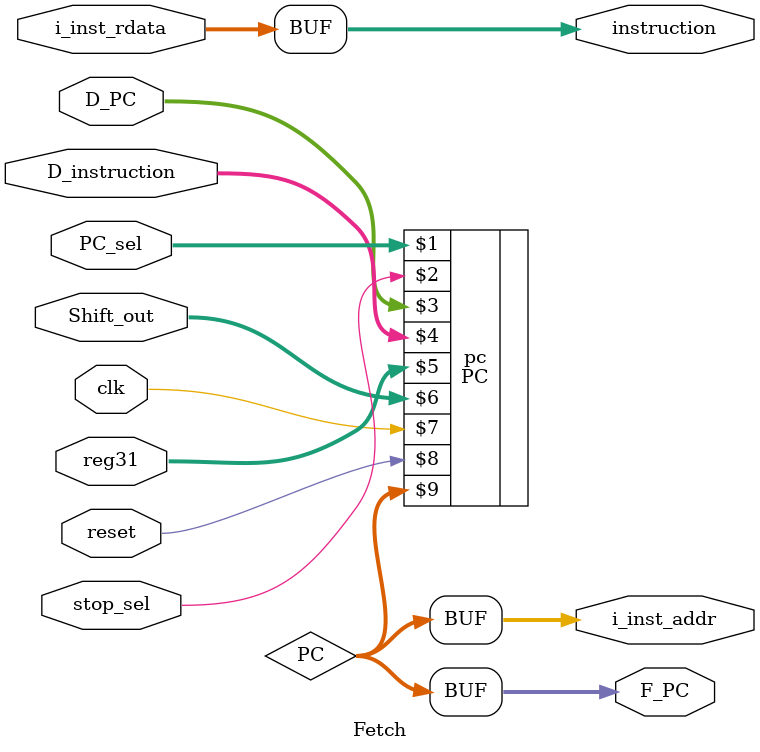
<source format=v>
`timescale 1ns / 1ps
module Fetch(
    input clk,
    input reset,
    input stop_sel,
	 input [2:0]PC_sel,
     input [31:0] D_PC,
     input [31:0] D_instruction,
	 input [31:0]Shift_out,
    input [31:0]reg31,
	 input [31:0] i_inst_rdata,
	 output [31:0] F_PC,
	 output [31:0] i_inst_addr,
    output [31:0] instruction
    );

    wire [31:0] PC,im_addr;

    //assign im_addr=PC;
	 assign F_PC=PC;
	 assign instruction = i_inst_rdata;
	 assign i_inst_addr = PC;

    PC pc(PC_sel,stop_sel,D_PC,D_instruction,reg31,Shift_out,clk,reset,PC);
    //IM im(im_addr,instruction);

endmodule

</source>
